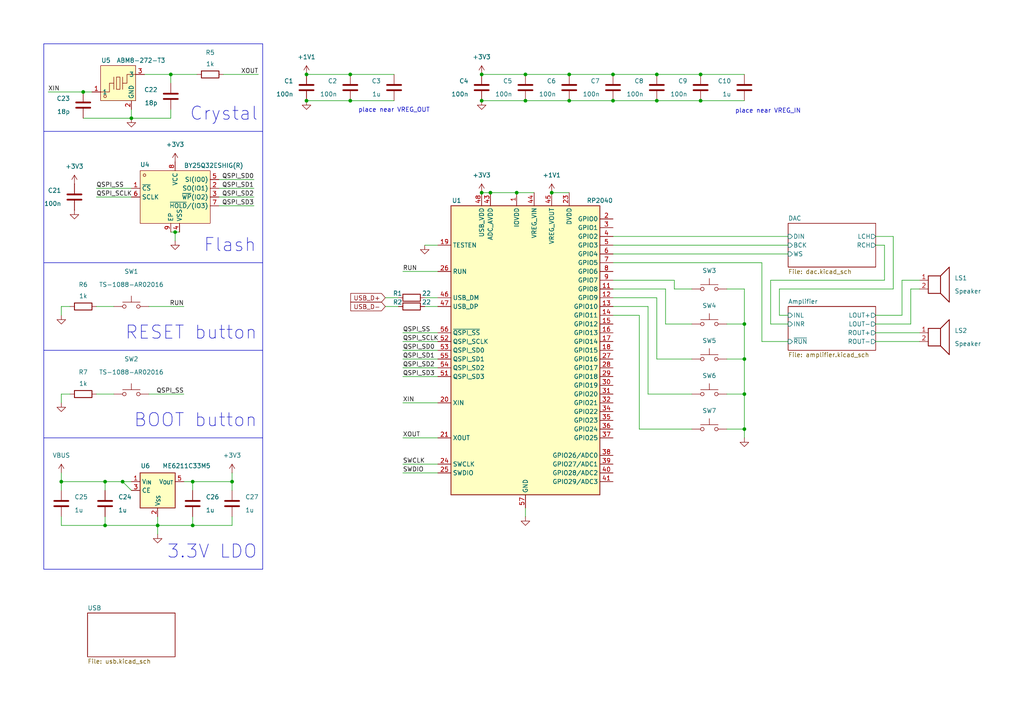
<source format=kicad_sch>
(kicad_sch (version 20250114) (generator "eeschema") (generator_version "9.0")
  (paper "A4")
  (lib_symbols
    (symbol "Device:C" (pin_numbers (hide yes)) (pin_names (offset 0.254))
      (property "Reference" "C" (at 0.635 2.54 0))
      (property "Value" "C" (at 0.635 -2.54 0))
      (symbol "C_0_1"
        (polyline (pts (xy -2.032 0.762) (xy 2.032 0.762)) (stroke (width 0.508)))
        (polyline (pts (xy -2.032 -0.762) (xy 2.032 -0.762)) (stroke (width 0.508)))
      )
      (symbol "C_1_1"
        (pin passive line (at 0 3.81 270) (length 2.794) (name "~") (number "1"))
        (pin passive line (at 0 -3.81 90) (length 2.794) (name "~") (number "2"))
      )
    )
    (symbol "Device:R" (pin_numbers (hide yes)) (pin_names (offset 0))
      (property "Reference" "R" (at 2.032 0 90))
      (property "Value" "R" (at 0 0 90))
      (symbol "R_0_1"
        (rectangle (start -1.016 -2.54) (end 1.016 2.54) (stroke (width 0.254)))
      )
      (symbol "R_1_1"
        (pin passive line (at 0 3.81 270) (length 1.27) (name "~") (number "1"))
        (pin passive line (at 0 -3.81 90) (length 1.27) (name "~") (number "2"))
      )
    )
    (symbol "Device:Speaker" (pin_names (offset 0) (hide yes))
      (property "Reference" "LS" (at 1.27 5.715 0))
      (property "Value" "Speaker" (at 1.27 3.81 0))
      (symbol "Speaker_0_0"
        (rectangle (start -2.54 1.27) (end 1.016 -3.81) (stroke (width 0.254)))
        (polyline (pts (xy 1.016 1.27) (xy 3.556 3.81) (xy 3.556 -6.35) (xy 1.016 -3.81)) (stroke (width 0.254)))
      )
      (symbol "Speaker_1_1"
        (pin input line (at -5.08 0 0) (length 2.54) (name "1") (number "1"))
        (pin input line (at -5.08 -2.54 0) (length 2.54) (name "2") (number "2"))
      )
    )
    (symbol "MCU_RaspberryPi:RP2040"
      (property "Reference" "U" (at 17.526 47.244 0))
      (property "Value" "RP2040" (at 17.526 44.704 0))
      (symbol "RP2040_0_1"
        (rectangle (start -21.59 41.91) (end 21.59 -41.91) (stroke (width 0.254)) (fill (type background)))
      )
      (symbol "RP2040_1_1"
        (pin input line (at -25.4 30.48 0) (length 3.81) (name "TESTEN") (number "19"))
        (pin input line (at -25.4 22.86 0) (length 3.81) (name "RUN") (number "26"))
        (pin bidirectional line (at -25.4 15.24 0) (length 3.81) (name "USB_DM") (number "46"))
        (pin bidirectional line (at -25.4 12.7 0) (length 3.81) (name "USB_DP") (number "47"))
        (pin output line (at -25.4 5.08 0) (length 3.81) (name "~{QSPI_SS}") (number "56"))
        (pin output line (at -25.4 2.54 0) (length 3.81) (name "QSPI_SCLK") (number "52"))
        (pin bidirectional line (at -25.4 0 0) (length 3.81) (name "QSPI_SD0") (number "53"))
        (pin bidirectional line (at -25.4 -2.54 0) (length 3.81) (name "QSPI_SD1") (number "55"))
        (pin bidirectional line (at -25.4 -5.08 0) (length 3.81) (name "QSPI_SD2") (number "54"))
        (pin bidirectional line (at -25.4 -7.62 0) (length 3.81) (name "QSPI_SD3") (number "51"))
        (pin input line (at -25.4 -15.24 0) (length 3.81) (name "XIN") (number "20"))
        (pin output line (at -25.4 -25.4 0) (length 3.81) (name "XOUT") (number "21"))
        (pin input line (at -25.4 -33.02 0) (length 3.81) (name "SWCLK") (number "24"))
        (pin bidirectional line (at -25.4 -35.56 0) (length 3.81) (name "SWDIO") (number "25"))
        (pin power_in line (at -12.7 45.72 270) (length 3.81) (name "USB_VDD") (number "48"))
        (pin power_in line (at -10.16 45.72 270) (length 3.81) (name "ADC_AVDD") (number "43"))
        (pin power_in line (at -2.54 45.72 270) (length 3.81) (name "IOVDD") (number "1"))
        (pin passive line (at -2.54 45.72 270) (length 3.81) (hide yes) (name "IOVDD") (number "10"))
        (pin passive line (at -2.54 45.72 270) (length 3.81) (hide yes) (name "IOVDD") (number "22"))
        (pin passive line (at -2.54 45.72 270) (length 3.81) (hide yes) (name "IOVDD") (number "33"))
        (pin passive line (at -2.54 45.72 270) (length 3.81) (hide yes) (name "IOVDD") (number "42"))
        (pin passive line (at -2.54 45.72 270) (length 3.81) (hide yes) (name "IOVDD") (number "49"))
        (pin power_in line (at 0 -45.72 90) (length 3.81) (name "GND") (number "57"))
        (pin power_in line (at 2.54 45.72 270) (length 3.81) (name "VREG_VIN") (number "44"))
        (pin power_out line (at 7.62 45.72 270) (length 3.81) (name "VREG_VOUT") (number "45"))
        (pin power_in line (at 12.7 45.72 270) (length 3.81) (name "DVDD") (number "23"))
        (pin passive line (at 12.7 45.72 270) (length 3.81) (hide yes) (name "DVDD") (number "50"))
        (pin bidirectional line (at 25.4 38.1 180) (length 3.81) (name "GPIO0") (number "2"))
        (pin bidirectional line (at 25.4 35.56 180) (length 3.81) (name "GPIO1") (number "3"))
        (pin bidirectional line (at 25.4 33.02 180) (length 3.81) (name "GPIO2") (number "4"))
        (pin bidirectional line (at 25.4 30.48 180) (length 3.81) (name "GPIO3") (number "5"))
        (pin bidirectional line (at 25.4 27.94 180) (length 3.81) (name "GPIO4") (number "6"))
        (pin bidirectional line (at 25.4 25.4 180) (length 3.81) (name "GPIO5") (number "7"))
        (pin bidirectional line (at 25.4 22.86 180) (length 3.81) (name "GPIO6") (number "8"))
        (pin bidirectional line (at 25.4 20.32 180) (length 3.81) (name "GPIO7") (number "9"))
        (pin bidirectional line (at 25.4 17.78 180) (length 3.81) (name "GPIO8") (number "11"))
        (pin bidirectional line (at 25.4 15.24 180) (length 3.81) (name "GPIO9") (number "12"))
        (pin bidirectional line (at 25.4 12.7 180) (length 3.81) (name "GPIO10") (number "13"))
        (pin bidirectional line (at 25.4 10.16 180) (length 3.81) (name "GPIO11") (number "14"))
        (pin bidirectional line (at 25.4 7.62 180) (length 3.81) (name "GPIO12") (number "15"))
        (pin bidirectional line (at 25.4 5.08 180) (length 3.81) (name "GPIO13") (number "16"))
        (pin bidirectional line (at 25.4 2.54 180) (length 3.81) (name "GPIO14") (number "17"))
        (pin bidirectional line (at 25.4 0 180) (length 3.81) (name "GPIO15") (number "18"))
        (pin bidirectional line (at 25.4 -2.54 180) (length 3.81) (name "GPIO16") (number "27"))
        (pin bidirectional line (at 25.4 -5.08 180) (length 3.81) (name "GPIO17") (number "28"))
        (pin bidirectional line (at 25.4 -7.62 180) (length 3.81) (name "GPIO18") (number "29"))
        (pin bidirectional line (at 25.4 -10.16 180) (length 3.81) (name "GPIO19") (number "30"))
        (pin bidirectional line (at 25.4 -12.7 180) (length 3.81) (name "GPIO20") (number "31"))
        (pin bidirectional line (at 25.4 -15.24 180) (length 3.81) (name "GPIO21") (number "32"))
        (pin bidirectional line (at 25.4 -17.78 180) (length 3.81) (name "GPIO22") (number "34"))
        (pin bidirectional line (at 25.4 -20.32 180) (length 3.81) (name "GPIO23") (number "35"))
        (pin bidirectional line (at 25.4 -22.86 180) (length 3.81) (name "GPIO24") (number "36"))
        (pin bidirectional line (at 25.4 -25.4 180) (length 3.81) (name "GPIO25") (number "37"))
        (pin bidirectional line (at 25.4 -30.48 180) (length 3.81) (name "GPIO26/ADC0") (number "38"))
        (pin bidirectional line (at 25.4 -33.02 180) (length 3.81) (name "GPIO27/ADC1") (number "39"))
        (pin bidirectional line (at 25.4 -35.56 180) (length 3.81) (name "GPIO28/ADC2") (number "40"))
        (pin bidirectional line (at 25.4 -38.1 180) (length 3.81) (name "GPIO29/ADC3") (number "41"))
      )
    )
    (symbol "Regulator_Linear:ME6211C33M5"
      (property "Reference" "U" (at -4.572 6.35 0))
      (property "Value" "ME6211C33M5" (at 10.16 8.636 0))
      (symbol "ME6211C33M5_1_1"
        (rectangle (start -5.08 5.08) (end 5.08 -5.08) (stroke (width 0.254)) (fill (type background)))
        (pin power_in line (at -7.62 2.54 0) (length 2.54) (name "V_{IN}") (number "1"))
        (pin input line (at -7.62 0 0) (length 2.54) (name "CE") (number "3"))
        (pin power_in line (at 0 -7.62 90) (length 2.54) (name "V_{SS}") (number "2"))
        (pin no_connect line (at 5.08 0 180) (length 2.54) (hide yes) (name "NC") (number "4"))
        (pin power_out line (at 7.62 2.54 180) (length 2.54) (name "V_{OUT}") (number "5"))
      )
    )
    (symbol "Switch:SW_Push" (pin_numbers (hide yes)) (pin_names (offset 1.016) (hide yes))
      (property "Reference" "SW" (at 1.27 2.54 0))
      (property "Value" "SW_Push" (at 0 -1.524 0))
      (symbol "SW_Push_0_1"
        (circle (center -2.032 0) (radius 0.508))
        (polyline (pts (xy 0 1.27) (xy 0 3.048)))
        (circle (center 2.032 0) (radius 0.508))
        (polyline (pts (xy 2.54 1.27) (xy -2.54 1.27)))
        (pin passive line (at -5.08 0 0) (length 2.54) (name "1") (number "1"))
        (pin passive line (at 5.08 0 180) (length 2.54) (name "2") (number "2"))
      )
    )
    (symbol "easyeda2kicad:ABM8-272-T3_C20625731"
      (property "Reference" "U" (at 0 7.62 0))
      (property "Value" "ABM8-272-T3_C20625731" (at 0 -7.62 0))
      (symbol "ABM8-272-T3_C20625731_0_1"
        (rectangle (start -5.08 5.08) (end 5.08 -5.08) (fill (type background)))
        (polyline (pts (xy -5.08 -2.54) (xy -2.54 -2.54) (xy -2.54 0) (xy -1.27 0)))
        (circle (center -3.81 -3.81) (radius 0.38))
        (polyline (pts (xy -1.27 -1.78) (xy -1.27 1.78)))
        (rectangle (start -0.51 1.78) (end 0.51 -1.78) (fill (type background)))
        (polyline (pts (xy 1.27 -1.78) (xy 1.27 1.78)))
        (polyline (pts (xy 5.08 2.54) (xy 2.54 2.54) (xy 2.54 0) (xy 1.27 0)))
        (pin input line (at -7.62 -2.54 0) (length 2.54) (name "1") (number "1"))
        (pin input line (at 3.81 -7.62 90) (length 2.54) (name "GND") (number "2"))
        (pin input line (at 3.81 -7.62 90) (length 2.54) (hide yes) (name "GND") (number "4"))
        (pin input line (at 7.62 2.54 180) (length 2.54) (name "3") (number "3"))
      )
    )
    (symbol "easyeda2kicad:BY25Q32ESHIG(R)"
      (property "Reference" "U" (at -9.652 9.144 0))
      (property "Value" "BY25Q32ESHIG(R)" (at 10.414 9.144 0))
      (symbol "BY25Q32ESHIG(R)_0_1"
        (rectangle (start -10.16 7.62) (end 10.16 -7.62) (fill (type background)))
        (circle (center -8.89 6.35) (radius 0.38))
        (pin unspecified line (at -12.7 2.54 0) (length 2.54) (name "~{CS}") (number "1"))
        (pin unspecified line (at -12.7 0 0) (length 2.54) (name "SCLK") (number "6"))
        (pin unspecified line (at -1.27 -10.16 90) (length 2.54) (hide yes) (name "EP") (number "10"))
        (pin unspecified line (at -1.27 -10.16 90) (length 2.54) (name "EP") (number "9"))
        (pin unspecified line (at 0 10.16 270) (length 2.54) (name "VCC") (number "8"))
        (pin unspecified line (at 1.27 -10.16 90) (length 2.54) (name "VSS") (number "4"))
        (pin unspecified line (at 12.7 5.08 180) (length 2.54) (name "SI(IO0)") (number "5"))
        (pin unspecified line (at 12.7 -2.54 180) (length 2.54) (name "~{HOLD}/(IO3)") (number "7"))
      )
      (symbol "BY25Q32ESHIG(R)_1_1"
        (pin unspecified line (at 12.7 2.54 180) (length 2.54) (name "SO(IO1)") (number "2"))
        (pin unspecified line (at 12.7 0 180) (length 2.54) (name "~{WP}(IO2)") (number "3"))
      )
    )
    (symbol "power:+1V1" (power) (pin_numbers (hide yes)) (pin_names (offset 0) (hide yes))
      (property "Value" "+1V1" (at 0 3.556 0))
      (symbol "+1V1_0_1"
        (polyline (pts (xy -0.762 1.27) (xy 0 2.54)))
        (polyline (pts (xy 0 2.54) (xy 0.762 1.27)))
        (polyline (pts (xy 0 0) (xy 0 2.54)))
      )
      (symbol "+1V1_1_1"
        (pin power_in line (at 0 0 90) (length 0) (name "~") (number "1"))
      )
    )
    (symbol "power:+3V3" (power) (pin_numbers (hide yes)) (pin_names (offset 0) (hide yes))
      (property "Value" "+3V3" (at 0 3.556 0))
      (symbol "+3V3_0_1"
        (polyline (pts (xy -0.762 1.27) (xy 0 2.54)))
        (polyline (pts (xy 0 2.54) (xy 0.762 1.27)))
        (polyline (pts (xy 0 0) (xy 0 2.54)))
      )
      (symbol "+3V3_1_1"
        (pin power_in line (at 0 0 90) (length 0) (name "~") (number "1"))
      )
    )
    (symbol "power:GND" (power) (pin_numbers (hide yes)) (pin_names (offset 0) (hide yes))
      (property "Value" "GND" (at 0 -3.81 0))
      (symbol "GND_0_1"
        (polyline (pts (xy 0 0) (xy 0 -1.27) (xy 1.27 -1.27) (xy 0 -2.54) (xy -1.27 -1.27) (xy 0 -1.27)))
      )
      (symbol "GND_1_1"
        (pin power_in line (at 0 0 270) (length 0) (name "~") (number "1"))
      )
    )
    (symbol "power:VBUS" (power) (pin_numbers (hide yes)) (pin_names (offset 0) (hide yes))
      (property "Value" "VBUS" (at 0 3.556 0))
      (symbol "VBUS_0_1"
        (polyline (pts (xy -0.762 1.27) (xy 0 2.54)))
        (polyline (pts (xy 0 2.54) (xy 0.762 1.27)))
        (polyline (pts (xy 0 0) (xy 0 2.54)))
      )
      (symbol "VBUS_1_1"
        (pin power_in line (at 0 0 90) (length 0) (name "~") (number "1"))
      )
    )
  )
  (text "place near VREG_IN" (at 222.758 32.258 0) (effects (font (size 1.27 1.27))))
  (text "Flash" (at 74.422 73.406 0) (effects (font (size 3.81 3.81)) (justify right bottom)))
  (text "BOOT button" (at 74.676 124.206 0) (effects (font (size 3.81 3.81)) (justify right bottom)))
  (text "3.3V LDO" (at 74.676 162.306 0) (effects (font (size 3.81 3.81)) (justify right bottom)))
  (text "RESET button" (at 74.676 98.806 0) (effects (font (size 3.81 3.81)) (justify right bottom)))
  (text "Crystal" (at 74.93 35.306 0) (effects (font (size 3.81 3.81)) (justify right bottom)))
  (text "place near VREG_OUT" (at 114.3 32.004 0) (effects (font (size 1.27 1.27))))
  (junction (at 215.9 124.46))
  (junction (at 215.9 93.98))
  (junction (at 165.1 21.59))
  (junction (at 190.5 21.59))
  (junction (at 177.8 29.21))
  (junction (at 38.1 34.29))
  (junction (at 88.9 21.59))
  (junction (at 45.72 152.4))
  (junction (at 139.7 29.21))
  (junction (at 139.7 21.59))
  (junction (at 50.8 67.31))
  (junction (at 203.2 29.21))
  (junction (at 101.6 21.59))
  (junction (at 160.02 55.88))
  (junction (at 24.13 26.67))
  (junction (at 152.4 29.21))
  (junction (at 203.2 21.59))
  (junction (at 30.48 139.7))
  (junction (at 190.5 29.21))
  (junction (at 139.7 55.88))
  (junction (at 55.88 139.7))
  (junction (at 142.24 55.88))
  (junction (at 35.56 139.7))
  (junction (at 101.6 29.21))
  (junction (at 67.31 139.7))
  (junction (at 215.9 114.3))
  (junction (at 149.86 55.88))
  (junction (at 88.9 29.21))
  (junction (at 165.1 29.21))
  (junction (at 17.78 139.7))
  (junction (at 49.53 21.59))
  (junction (at 30.48 152.4))
  (junction (at 177.8 21.59))
  (junction (at 152.4 21.59))
  (junction (at 215.9 104.14))
  (junction (at 55.88 152.4))
  (wire (pts (xy 142.24 55.88) (xy 149.86 55.88)))
  (wire (pts (xy 50.8 67.31) (xy 50.8 69.85)))
  (polyline (pts (xy 12.7 127) (xy 12.7 165.1)))
  (wire (pts (xy 193.04 83.82) (xy 193.04 93.98)))
  (wire (pts (xy 27.94 114.3) (xy 33.02 114.3)))
  (wire (pts (xy 111.76 88.9) (xy 115.57 88.9)))
  (wire (pts (xy 264.16 83.82) (xy 266.7 83.82)))
  (wire (pts (xy 30.48 139.7) (xy 35.56 139.7)))
  (wire (pts (xy 49.53 67.31) (xy 50.8 67.31)))
  (wire (pts (xy 193.04 93.98) (xy 200.66 93.98)))
  (wire (pts (xy 215.9 124.46) (xy 215.9 127)))
  (wire (pts (xy 116.84 101.6) (xy 127 101.6)))
  (wire (pts (xy 111.76 86.36) (xy 115.57 86.36)))
  (wire (pts (xy 67.31 149.86) (xy 67.31 152.4)))
  (wire (pts (xy 24.13 34.29) (xy 38.1 34.29)))
  (wire (pts (xy 149.86 55.88) (xy 154.94 55.88)))
  (wire (pts (xy 215.9 104.14) (xy 215.9 114.3)))
  (wire (pts (xy 55.88 149.86) (xy 55.88 152.4)))
  (wire (pts (xy 139.7 55.88) (xy 142.24 55.88)))
  (wire (pts (xy 123.19 71.12) (xy 127 71.12)))
  (wire (pts (xy 38.1 142.24) (xy 35.56 139.7)))
  (wire (pts (xy 215.9 93.98) (xy 215.9 104.14)))
  (wire (pts (xy 116.84 104.14) (xy 127 104.14)))
  (wire (pts (xy 210.82 93.98) (xy 215.9 93.98)))
  (wire (pts (xy 17.78 152.4) (xy 30.48 152.4)))
  (wire (pts (xy 165.1 29.21) (xy 177.8 29.21)))
  (polyline (pts (xy 12.7 38.1) (xy 76.2 38.1)))
  (wire (pts (xy 30.48 152.4) (xy 45.72 152.4)))
  (wire (pts (xy 27.94 88.9) (xy 33.02 88.9)))
  (wire (pts (xy 49.53 21.59) (xy 57.15 21.59)))
  (wire (pts (xy 17.78 152.4) (xy 17.78 149.86)))
  (wire (pts (xy 152.4 29.21) (xy 165.1 29.21)))
  (wire (pts (xy 203.2 21.59) (xy 215.9 21.59)))
  (wire (pts (xy 17.78 139.7) (xy 30.48 139.7)))
  (wire (pts (xy 74.93 21.59) (xy 64.77 21.59)))
  (wire (pts (xy 67.31 139.7) (xy 67.31 142.24)))
  (wire (pts (xy 254 93.98) (xy 264.16 93.98)))
  (polyline (pts (xy 12.7 127) (xy 76.2 127)))
  (polyline (pts (xy 12.7 12.7) (xy 12.7 38.1)))
  (wire (pts (xy 27.94 57.15) (xy 38.1 57.15)))
  (wire (pts (xy 73.66 54.61) (xy 63.5 54.61)))
  (wire (pts (xy 259.08 68.58) (xy 259.08 83.82)))
  (wire (pts (xy 152.4 149.86) (xy 152.4 147.32)))
  (wire (pts (xy 190.5 21.59) (xy 203.2 21.59)))
  (wire (pts (xy 45.72 152.4) (xy 55.88 152.4)))
  (wire (pts (xy 139.7 29.21) (xy 152.4 29.21)))
  (wire (pts (xy 123.19 88.9) (xy 127 88.9)))
  (wire (pts (xy 177.8 91.44) (xy 185.42 91.44)))
  (wire (pts (xy 17.78 88.9) (xy 20.32 88.9)))
  (wire (pts (xy 123.19 86.36) (xy 127 86.36)))
  (wire (pts (xy 53.34 114.3) (xy 43.18 114.3)))
  (wire (pts (xy 254 68.58) (xy 259.08 68.58)))
  (wire (pts (xy 116.84 127) (xy 127 127)))
  (wire (pts (xy 160.02 55.88) (xy 165.1 55.88)))
  (wire (pts (xy 210.82 83.82) (xy 215.9 83.82)))
  (wire (pts (xy 88.9 21.59) (xy 101.6 21.59)))
  (polyline (pts (xy 76.2 38.1) (xy 76.2 76.2)))
  (wire (pts (xy 17.78 114.3) (xy 17.78 116.84)))
  (wire (pts (xy 177.8 21.59) (xy 190.5 21.59)))
  (wire (pts (xy 116.84 137.16) (xy 127 137.16)))
  (polyline (pts (xy 12.7 101.6) (xy 76.2 101.6)))
  (wire (pts (xy 17.78 114.3) (xy 20.32 114.3)))
  (wire (pts (xy 38.1 34.29) (xy 49.53 34.29)))
  (wire (pts (xy 177.8 68.58) (xy 228.6 68.58)))
  (wire (pts (xy 27.94 54.61) (xy 38.1 54.61)))
  (wire (pts (xy 226.06 83.82) (xy 259.08 83.82)))
  (polyline (pts (xy 12.7 76.2) (xy 12.7 101.6)))
  (wire (pts (xy 67.31 137.16) (xy 67.31 139.7)))
  (wire (pts (xy 101.6 29.21) (xy 114.3 29.21)))
  (wire (pts (xy 73.66 59.69) (xy 63.5 59.69)))
  (polyline (pts (xy 76.2 76.2) (xy 76.2 101.6)))
  (wire (pts (xy 17.78 142.24) (xy 17.78 139.7)))
  (wire (pts (xy 185.42 91.44) (xy 185.42 124.46)))
  (polyline (pts (xy 76.2 101.6) (xy 76.2 127)))
  (wire (pts (xy 116.84 78.74) (xy 127 78.74)))
  (wire (pts (xy 152.4 21.59) (xy 165.1 21.59)))
  (wire (pts (xy 256.54 71.12) (xy 256.54 81.28)))
  (wire (pts (xy 53.34 139.7) (xy 55.88 139.7)))
  (wire (pts (xy 210.82 124.46) (xy 215.9 124.46)))
  (wire (pts (xy 187.96 114.3) (xy 200.66 114.3)))
  (wire (pts (xy 190.5 104.14) (xy 200.66 104.14)))
  (wire (pts (xy 264.16 83.82) (xy 264.16 93.98)))
  (wire (pts (xy 177.8 81.28) (xy 195.58 81.28)))
  (wire (pts (xy 24.13 26.67) (xy 26.67 26.67)))
  (wire (pts (xy 177.8 29.21) (xy 190.5 29.21)))
  (wire (pts (xy 73.66 57.15) (xy 63.5 57.15)))
  (wire (pts (xy 17.78 137.16) (xy 17.78 139.7)))
  (wire (pts (xy 45.72 152.4) (xy 45.72 149.86)))
  (wire (pts (xy 223.52 81.28) (xy 223.52 93.98)))
  (wire (pts (xy 203.2 29.21) (xy 215.9 29.21)))
  (wire (pts (xy 45.72 154.94) (xy 45.72 152.4)))
  (wire (pts (xy 73.66 52.07) (xy 63.5 52.07)))
  (wire (pts (xy 50.8 67.31) (xy 52.07 67.31)))
  (wire (pts (xy 177.8 86.36) (xy 190.5 86.36)))
  (wire (pts (xy 185.42 124.46) (xy 200.66 124.46)))
  (wire (pts (xy 88.9 29.21) (xy 101.6 29.21)))
  (wire (pts (xy 38.1 34.29) (xy 38.1 31.75)))
  (wire (pts (xy 226.06 91.44) (xy 228.6 91.44)))
  (wire (pts (xy 223.52 93.98) (xy 228.6 93.98)))
  (wire (pts (xy 187.96 88.9) (xy 187.96 114.3)))
  (wire (pts (xy 13.97 26.67) (xy 24.13 26.67)))
  (wire (pts (xy 215.9 83.82) (xy 215.9 93.98)))
  (wire (pts (xy 116.84 134.62) (xy 127 134.62)))
  (wire (pts (xy 177.8 83.82) (xy 193.04 83.82)))
  (wire (pts (xy 17.78 88.9) (xy 17.78 91.44)))
  (wire (pts (xy 35.56 139.7) (xy 38.1 139.7)))
  (wire (pts (xy 190.5 29.21) (xy 203.2 29.21)))
  (wire (pts (xy 254 96.52) (xy 266.7 96.52)))
  (polyline (pts (xy 12.7 101.6) (xy 12.7 127)))
  (wire (pts (xy 49.53 24.13) (xy 49.53 21.59)))
  (wire (pts (xy 177.8 88.9) (xy 187.96 88.9)))
  (wire (pts (xy 55.88 152.4) (xy 67.31 152.4)))
  (wire (pts (xy 116.84 96.52) (xy 127 96.52)))
  (wire (pts (xy 210.82 114.3) (xy 215.9 114.3)))
  (wire (pts (xy 220.98 76.2) (xy 220.98 99.06)))
  (wire (pts (xy 215.9 114.3) (xy 215.9 124.46)))
  (wire (pts (xy 30.48 152.4) (xy 30.48 149.86)))
  (wire (pts (xy 210.82 104.14) (xy 215.9 104.14)))
  (wire (pts (xy 223.52 81.28) (xy 256.54 81.28)))
  (wire (pts (xy 165.1 21.59) (xy 177.8 21.59)))
  (wire (pts (xy 195.58 81.28) (xy 195.58 83.82)))
  (wire (pts (xy 226.06 83.82) (xy 226.06 91.44)))
  (wire (pts (xy 55.88 139.7) (xy 67.31 139.7)))
  (wire (pts (xy 261.62 81.28) (xy 261.62 91.44)))
  (wire (pts (xy 30.48 142.24) (xy 30.48 139.7)))
  (wire (pts (xy 49.53 31.75) (xy 49.53 34.29)))
  (polyline (pts (xy 12.7 165.1) (xy 76.2 165.1)))
  (wire (pts (xy 220.98 99.06) (xy 228.6 99.06)))
  (polyline (pts (xy 76.2 127) (xy 76.2 165.1)))
  (wire (pts (xy 177.8 71.12) (xy 228.6 71.12)))
  (wire (pts (xy 116.84 109.22) (xy 127 109.22)))
  (wire (pts (xy 116.84 116.84) (xy 127 116.84)))
  (wire (pts (xy 254 99.06) (xy 266.7 99.06)))
  (wire (pts (xy 41.91 21.59) (xy 49.53 21.59)))
  (wire (pts (xy 53.34 88.9) (xy 43.18 88.9)))
  (wire (pts (xy 101.6 21.59) (xy 114.3 21.59)))
  (wire (pts (xy 139.7 21.59) (xy 152.4 21.59)))
  (polyline (pts (xy 76.2 12.7) (xy 76.2 38.1)))
  (wire (pts (xy 55.88 139.7) (xy 55.88 142.24)))
  (wire (pts (xy 177.8 76.2) (xy 220.98 76.2)))
  (wire (pts (xy 195.58 83.82) (xy 200.66 83.82)))
  (polyline (pts (xy 12.7 38.1) (xy 12.7 76.2)))
  (wire (pts (xy 254 91.44) (xy 261.62 91.44)))
  (wire (pts (xy 254 71.12) (xy 256.54 71.12)))
  (polyline (pts (xy 12.7 76.2) (xy 76.2 76.2)))
  (wire (pts (xy 177.8 73.66) (xy 228.6 73.66)))
  (wire (pts (xy 116.84 99.06) (xy 127 99.06)))
  (wire (pts (xy 190.5 86.36) (xy 190.5 104.14)))
  (wire (pts (xy 261.62 81.28) (xy 266.7 81.28)))
  (polyline (pts (xy 12.7 12.7) (xy 76.2 12.7)))
  (wire (pts (xy 116.84 106.68) (xy 127 106.68)))
  (label "QSPI_SS" (at 27.94 54.61 0))
  (label "QSPI_SD1" (at 116.84 104.14 0))
  (label "RUN" (at 53.34 88.9 180))
  (label "XOUT" (at 116.84 127 0))
  (label "XIN" (at 13.97 26.67 0))
  (label "QSPI_SD0" (at 73.66 52.07 180))
  (label "XOUT" (at 74.93 21.59 180))
  (label "QSPI_SS" (at 116.84 96.52 0))
  (label "QSPI_SD1" (at 73.66 54.61 180))
  (label "SWDIO" (at 116.84 137.16 0))
  (label "QSPI_SD2" (at 73.66 57.15 180))
  (label "QSPI_SD0" (at 116.84 101.6 0))
  (label "QSPI_SD3" (at 116.84 109.22 0))
  (label "XIN" (at 116.84 116.84 0))
  (label "QSPI_SD3" (at 73.66 59.69 180))
  (label "RUN" (at 116.84 78.74 0))
  (label "QSPI_SS" (at 53.34 114.3 180))
  (label "SWCLK" (at 116.84 134.62 0))
  (label "QSPI_SCLK" (at 116.84 99.06 0))
  (label "QSPI_SD2" (at 116.84 106.68 0))
  (label "QSPI_SCLK" (at 27.94 57.15 0))
  (global_label "USB_D+" (shape input) (at 111.76 86.36 180) (property "Intersheetrefs" "${INTERSHEET_REFS}" (effects (hide yes))))
  (global_label "USB_D-" (shape input) (at 111.76 88.9 180) (property "Intersheetrefs" "${INTERSHEET_REFS}" (effects (hide yes))))
  (symbol (lib_id "power:GND") (at 139.7 29.21 0) (unit 1)
    (property "Reference" "#PWR04" (effects (hide yes)))
    (property "Value" "GND" (effects (hide yes)))
    (property "Description" "Power symbol creates a global label with name \"GND\" , ground" (effects (hide yes)))
  )
  (symbol (lib_id "Device:C") (at 165.1 25.4 0) (mirror y) (unit 1)
    (property "Reference" "C6" (at 161.29 23.4949 0) (effects (justify left)))
    (property "Value" "100n" (at 161.29 27.3049 0) (effects (justify left)))
    (property "Footprint" "Capacitor_SMD:C_0402_1005Metric" (effects (hide yes)))
    (property "Description" "Unpolarized capacitor" (effects (hide yes)))
    (property "LCSC Part #" "C1525" (effects (hide yes)))
  )
  (symbol (lib_id "power:+3V3") (at 21.59 53.34 0) (unit 1)
    (property "Reference" "#PWR022" (effects (hide yes)))
    (property "Value" "+3V3" (at 21.59 48.26 0))
    (property "Description" "Power symbol creates a global label with name \"+3V3\"" (effects (hide yes)))
  )
  (symbol (lib_id "Device:C") (at 24.13 30.48 0) (mirror y) (unit 1)
    (property "Reference" "C23" (at 20.32 28.5749 0) (effects (justify left)))
    (property "Value" "18p" (at 20.32 32.3849 0) (effects (justify left)))
    (property "Description" "Unpolarized capacitor" (effects (hide yes)))
  )
  (symbol (lib_id "power:VBUS") (at 17.78 137.16 0) (unit 1)
    (property "Reference" "#PWR028" (effects (hide yes)))
    (property "Value" "VBUS" (at 17.78 132.08 0))
    (property "Description" "Power symbol creates a global label with name \"VBUS\"" (effects (hide yes)))
  )
  (symbol (lib_id "Switch:SW_Push") (at 205.74 93.98 0) (unit 1)
    (property "Reference" "SW4" (at 205.74 88.646 0))
    (property "Value" "SW_Push" (effects (hide yes)))
    (property "Footprint" "PCM_marbastlib-mx:SW_MX_1u" (effects (hide yes)))
    (property "Description" "Push button switch, generic, two pins" (effects (hide yes)))
  )
  (symbol (lib_id "Switch:SW_Push") (at 205.74 124.46 0) (unit 1)
    (property "Reference" "SW7" (at 205.74 119.126 0))
    (property "Value" "SW_Push" (effects (hide yes)))
    (property "Footprint" "PCM_marbastlib-mx:SW_MX_1u" (effects (hide yes)))
    (property "Description" "Push button switch, generic, two pins" (effects (hide yes)))
  )
  (symbol (lib_id "Device:C") (at 139.7 25.4 0) (mirror y) (unit 1)
    (property "Reference" "C4" (at 135.89 23.4949 0) (effects (justify left)))
    (property "Value" "100n" (at 135.89 27.3049 0) (effects (justify left)))
    (property "Footprint" "Capacitor_SMD:C_0402_1005Metric" (effects (hide yes)))
    (property "Description" "Unpolarized capacitor" (effects (hide yes)))
    (property "LCSC Part #" "C1525" (effects (hide yes)))
  )
  (symbol (lib_id "power:+3V3") (at 139.7 55.88 0) (unit 1)
    (property "Reference" "#PWR05" (effects (hide yes)))
    (property "Value" "+3V3" (at 139.7 50.8 0))
    (property "Description" "Power symbol creates a global label with name \"+3V3\"" (effects (hide yes)))
  )
  (symbol (lib_id "Device:C") (at 177.8 25.4 0) (mirror y) (unit 1)
    (property "Reference" "C7" (at 173.99 23.4949 0) (effects (justify left)))
    (property "Value" "100n" (at 173.99 27.3049 0) (effects (justify left)))
    (property "Footprint" "Capacitor_SMD:C_0402_1005Metric" (effects (hide yes)))
    (property "Description" "Unpolarized capacitor" (effects (hide yes)))
    (property "LCSC Part #" "C1525" (effects (hide yes)))
  )
  (symbol (lib_id "Device:C") (at 203.2 25.4 0) (mirror y) (unit 1)
    (property "Reference" "C9" (at 199.39 23.4949 0) (effects (justify left)))
    (property "Value" "100n" (at 199.39 27.3049 0) (effects (justify left)))
    (property "Footprint" "Capacitor_SMD:C_0402_1005Metric" (effects (hide yes)))
    (property "Description" "Unpolarized capacitor" (effects (hide yes)))
    (property "LCSC Part #" "C1525" (effects (hide yes)))
  )
  (symbol (lib_id "Switch:SW_Push") (at 38.1 114.3 0) (unit 1)
    (property "Reference" "SW2" (at 38.1 104.14 0))
    (property "Value" "TS-1088-AR02016" (at 38.1 107.95 0))
    (property "Footprint" "Button_Switch_SMD:SW_SPST_TS-1088-xR020" (effects (hide yes)))
    (property "Description" "Push button switch, generic, two pins" (effects (hide yes)))
    (property "LCSC Part #" "C720477" (effects (hide yes)))
  )
  (symbol (lib_id "Device:C") (at 30.48 146.05 0) (unit 1)
    (property "Reference" "C24" (at 34.29 144.1449 0) (effects (justify left)))
    (property "Value" "1u" (at 34.29 147.9549 0) (effects (justify left)))
    (property "Footprint" "Capacitor_SMD:C_0402_1005Metric" (effects (hide yes)))
    (property "Description" "Unpolarized capacitor" (effects (hide yes)))
    (property "LCSC Part #" "C52923" (effects (hide yes)))
  )
  (symbol (lib_id "Switch:SW_Push") (at 205.74 114.3 0) (unit 1)
    (property "Reference" "SW6" (at 205.74 108.966 0))
    (property "Value" "SW_Push" (effects (hide yes)))
    (property "Footprint" "PCM_marbastlib-mx:SW_MX_1u" (effects (hide yes)))
    (property "Description" "Push button switch, generic, two pins" (effects (hide yes)))
  )
  (symbol (lib_id "Device:C") (at 67.31 146.05 0) (unit 1)
    (property "Reference" "C27" (at 71.12 144.1449 0) (effects (justify left)))
    (property "Value" "1u" (at 71.12 147.9549 0) (effects (justify left)))
    (property "Footprint" "Capacitor_SMD:C_0402_1005Metric" (effects (hide yes)))
    (property "Description" "Unpolarized capacitor" (effects (hide yes)))
    (property "LCSC Part #" "C52923" (effects (hide yes)))
  )
  (symbol (lib_id "MCU_RaspberryPi:RP2040") (at 152.4 101.6 0) (unit 1)
    (property "Reference" "U1" (at 131.064 58.166 0) (effects (justify left)))
    (property "Value" "RP2040" (at 170.18 58.166 0) (effects (justify left)))
    (property "Footprint" "Package_DFN_QFN:QFN-56-1EP_7x7mm_P0.4mm_EP3.2x3.2mm" (effects (hide yes)))
    (property "Datasheet" "https://datasheets.raspberrypi.com/rp2040/rp2040-datasheet.pdf" (effects (hide yes)))
    (property "Description" "A microcontroller by Raspberry Pi, Dual ARM Cortex-M0+, 133MHz, no flash, 264KB SRAM, 8 PIO state machines, VQFN-56" (effects (hide yes)))
    (property private "KLC_S4.2_DVDD" "Not a standalone power converter; internal on-chip voltage regulator for digital core supply; DVDD is the digital core power supply, should be placed next to voltage regulator output." (effects (hide yes)))
    (property "LCSC Part #" "C2040" (effects (hide yes)))
  )
  (symbol (lib_id "power:+3V3") (at 50.8 46.99 0) (unit 1)
    (property "Reference" "#PWR021" (effects (hide yes)))
    (property "Value" "+3V3" (at 50.8 41.91 0))
    (property "Description" "Power symbol creates a global label with name \"+3V3\"" (effects (hide yes)))
  )
  (symbol (lib_id "Device:C") (at 114.3 25.4 0) (mirror y) (unit 1)
    (property "Reference" "C3" (at 110.49 23.4949 0) (effects (justify left)))
    (property "Value" "1u" (at 110.49 27.3049 0) (effects (justify left)))
    (property "Footprint" "Capacitor_SMD:C_0402_1005Metric" (effects (hide yes)))
    (property "Description" "Unpolarized capacitor" (effects (hide yes)))
    (property "LCSC Part #" "C52923" (effects (hide yes)))
  )
  (symbol (lib_id "Switch:SW_Push") (at 38.1 88.9 0) (unit 1)
    (property "Reference" "SW1" (at 38.1 78.74 0))
    (property "Value" "TS-1088-AR02016" (at 38.1 82.55 0))
    (property "Footprint" "Button_Switch_SMD:SW_SPST_TS-1088-xR020" (effects (hide yes)))
    (property "Description" "Push button switch, generic, two pins" (effects (hide yes)))
    (property "LCSC Part #" "C720477" (effects (hide yes)))
  )
  (symbol (lib_id "power:GND") (at 152.4 149.86 0) (unit 1)
    (property "Reference" "#PWR08" (effects (hide yes)))
    (property "Value" "GND" (effects (hide yes)))
    (property "Description" "Power symbol creates a global label with name \"GND\" , ground" (effects (hide yes)))
  )
  (symbol (lib_id "Device:C") (at 88.9 25.4 0) (mirror y) (unit 1)
    (property "Reference" "C1" (at 85.09 23.4949 0) (effects (justify left)))
    (property "Value" "100n" (at 85.09 27.3049 0) (effects (justify left)))
    (property "Footprint" "Capacitor_SMD:C_0402_1005Metric" (effects (hide yes)))
    (property "Description" "Unpolarized capacitor" (effects (hide yes)))
    (property "LCSC Part #" "C1525" (effects (hide yes)))
  )
  (symbol (lib_id "Device:R") (at 119.38 86.36 90) (unit 1)
    (property "Reference" "R1" (at 115.316 85.09 90))
    (property "Value" "22" (at 123.698 85.09 90))
    (property "Footprint" "Resistor_SMD:R_0402_1005Metric" (effects (hide yes)))
    (property "Description" "Resistor" (effects (hide yes)))
    (property "LCSC Part #" "C25092" (effects (hide yes)))
  )
  (symbol (lib_id "Switch:SW_Push") (at 205.74 104.14 0) (unit 1)
    (property "Reference" "SW5" (at 205.74 98.806 0))
    (property "Value" "SW_Push" (effects (hide yes)))
    (property "Footprint" "PCM_marbastlib-mx:SW_MX_1u" (effects (hide yes)))
    (property "Description" "Push button switch, generic, two pins" (effects (hide yes)))
  )
  (symbol (lib_id "Device:C") (at 49.53 27.94 0) (mirror y) (unit 1)
    (property "Reference" "C22" (at 45.72 26.0349 0) (effects (justify left)))
    (property "Value" "18p" (at 45.72 29.8449 0) (effects (justify left)))
    (property "Description" "Unpolarized capacitor" (effects (hide yes)))
  )
  (symbol (lib_id "power:GND") (at 17.78 116.84 0) (unit 1)
    (property "Reference" "#PWR026" (effects (hide yes)))
    (property "Value" "GND" (effects (hide yes)))
    (property "Description" "Power symbol creates a global label with name \"GND\" , ground" (effects (hide yes)))
  )
  (symbol (lib_id "power:GND") (at 38.1 34.29 0) (unit 1)
    (property "Reference" "#PWR024" (effects (hide yes)))
    (property "Value" "GND" (effects (hide yes)))
    (property "Description" "Power symbol creates a global label with name \"GND\" , ground" (effects (hide yes)))
  )
  (symbol (lib_id "Regulator_Linear:ME6211C33M5") (at 45.72 142.24 0) (unit 1)
    (property "Reference" "U6" (at 42.164 135.128 0))
    (property "Value" "ME6211C33M5" (at 54.102 135.128 0))
    (property "Footprint" "Package_TO_SOT_SMD:SOT-23-5" (effects (hide yes)))
    (property "Datasheet" "https://www.lcsc.com/datasheet/lcsc_datasheet_2304140030_MICRONE-Nanjing-Micro-One-Elec-ME6211C33R5G_C235316.pdf" (effects (hide yes)))
    (property "Description" "500mA low dropout linear regulator, shutdown pin, 6.5V max input voltage, 3.3V fixed positive output, SOT-23-5" (effects (hide yes)))
  )
  (symbol (lib_id "power:GND") (at 88.9 29.21 0) (unit 1)
    (property "Reference" "#PWR03" (effects (hide yes)))
    (property "Value" "GND" (effects (hide yes)))
    (property "Description" "Power symbol creates a global label with name \"GND\" , ground" (effects (hide yes)))
  )
  (symbol (lib_id "Device:R") (at 119.38 88.9 90) (unit 1)
    (property "Reference" "R2" (at 115.316 87.63 90))
    (property "Value" "22" (at 123.698 87.63 90))
    (property "Footprint" "Resistor_SMD:R_0402_1005Metric" (effects (hide yes)))
    (property "Description" "Resistor" (effects (hide yes)))
    (property "LCSC Part #" "C25092" (effects (hide yes)))
  )
  (symbol (lib_id "Device:C") (at 17.78 146.05 0) (unit 1)
    (property "Reference" "C25" (at 21.59 144.1449 0) (effects (justify left)))
    (property "Value" "1u" (at 21.59 147.9549 0) (effects (justify left)))
    (property "Footprint" "Capacitor_SMD:C_0402_1005Metric" (effects (hide yes)))
    (property "Description" "Unpolarized capacitor" (effects (hide yes)))
    (property "LCSC Part #" "C52923" (effects (hide yes)))
  )
  (symbol (lib_id "Device:C") (at 215.9 25.4 0) (mirror y) (unit 1)
    (property "Reference" "C10" (at 212.09 23.4949 0) (effects (justify left)))
    (property "Value" "1u" (at 212.09 27.3049 0) (effects (justify left)))
    (property "Footprint" "Capacitor_SMD:C_0402_1005Metric" (effects (hide yes)))
    (property "Description" "Unpolarized capacitor" (effects (hide yes)))
    (property "LCSC Part #" "C52923" (effects (hide yes)))
  )
  (symbol (lib_id "power:GND") (at 215.9 127 0) (unit 1)
    (property "Reference" "#PWR033" (effects (hide yes)))
    (property "Value" "GND" (effects (hide yes)))
    (property "Description" "Power symbol creates a global label with name \"GND\" , ground" (effects (hide yes)))
  )
  (symbol (lib_id "Device:Speaker") (at 271.78 81.28 0) (unit 1)
    (property "Reference" "LS1" (at 276.86 80.6449 0) (effects (justify left)))
    (property "Value" "Speaker" (at 276.86 84.4549 0) (effects (justify left)))
    (property "Description" "Speaker" (effects (hide yes)))
  )
  (symbol (lib_id "power:GND") (at 21.59 60.96 0) (unit 1)
    (property "Reference" "#PWR023" (effects (hide yes)))
    (property "Value" "GND" (effects (hide yes)))
    (property "Description" "Power symbol creates a global label with name \"GND\" , ground" (effects (hide yes)))
  )
  (symbol (lib_id "Device:C") (at 152.4 25.4 0) (mirror y) (unit 1)
    (property "Reference" "C5" (at 148.59 23.4949 0) (effects (justify left)))
    (property "Value" "100n" (at 148.59 27.3049 0) (effects (justify left)))
    (property "Footprint" "Capacitor_SMD:C_0402_1005Metric" (effects (hide yes)))
    (property "Description" "Unpolarized capacitor" (effects (hide yes)))
    (property "LCSC Part #" "C1525" (effects (hide yes)))
  )
  (symbol (lib_id "power:GND") (at 123.19 71.12 0) (unit 1)
    (property "Reference" "#PWR07" (effects (hide yes)))
    (property "Value" "GND" (effects (hide yes)))
    (property "Description" "Power symbol creates a global label with name \"GND\" , ground" (effects (hide yes)))
  )
  (symbol (lib_id "Device:C") (at 55.88 146.05 0) (unit 1)
    (property "Reference" "C26" (at 59.69 144.1449 0) (effects (justify left)))
    (property "Value" "1u" (at 59.69 147.9549 0) (effects (justify left)))
    (property "Footprint" "Capacitor_SMD:C_0402_1005Metric" (effects (hide yes)))
    (property "Description" "Unpolarized capacitor" (effects (hide yes)))
    (property "LCSC Part #" "C52923" (effects (hide yes)))
  )
  (symbol (lib_id "power:GND") (at 50.8 69.85 0) (unit 1)
    (property "Reference" "#PWR020" (effects (hide yes)))
    (property "Value" "GND" (effects (hide yes)))
    (property "Description" "Power symbol creates a global label with name \"GND\" , ground" (effects (hide yes)))
  )
  (symbol (lib_id "power:+3V3") (at 139.7 21.59 0) (unit 1)
    (property "Reference" "#PWR02" (effects (hide yes)))
    (property "Value" "+3V3" (at 139.7 16.51 0))
    (property "Description" "Power symbol creates a global label with name \"+3V3\"" (effects (hide yes)))
  )
  (symbol (lib_id "Device:C") (at 101.6 25.4 0) (mirror y) (unit 1)
    (property "Reference" "C2" (at 97.79 23.4949 0) (effects (justify left)))
    (property "Value" "100n" (at 97.79 27.3049 0) (effects (justify left)))
    (property "Footprint" "Capacitor_SMD:C_0402_1005Metric" (effects (hide yes)))
    (property "Description" "Unpolarized capacitor" (effects (hide yes)))
    (property "LCSC Part #" "C1525" (effects (hide yes)))
  )
  (symbol (lib_id "Device:R") (at 24.13 88.9 90) (unit 1)
    (property "Reference" "R6" (at 24.13 82.55 90))
    (property "Value" "1k" (at 24.13 85.852 90))
    (property "Footprint" "Resistor_SMD:R_0603_1608Metric" (effects (hide yes)))
    (property "Description" "Resistor" (effects (hide yes)))
    (property "LCSC Part #" "C21190" (effects (hide yes)))
  )
  (symbol (lib_id "Device:Speaker") (at 271.78 96.52 0) (unit 1)
    (property "Reference" "LS2" (at 276.86 95.8849 0) (effects (justify left)))
    (property "Value" "Speaker" (at 276.86 99.6949 0) (effects (justify left)))
    (property "Description" "Speaker" (effects (hide yes)))
  )
  (symbol (lib_id "Device:C") (at 21.59 57.15 0) (mirror y) (unit 1)
    (property "Reference" "C21" (at 17.78 55.2449 0) (effects (justify left)))
    (property "Value" "100n" (at 17.78 59.0549 0) (effects (justify left)))
    (property "Footprint" "Capacitor_SMD:C_0402_1005Metric" (effects (hide yes)))
    (property "Description" "Unpolarized capacitor" (effects (hide yes)))
    (property "LCSC Part #" "C1525" (effects (hide yes)))
  )
  (symbol (lib_id "power:GND") (at 45.72 154.94 0) (unit 1)
    (property "Reference" "#PWR027" (effects (hide yes)))
    (property "Value" "GND" (effects (hide yes)))
    (property "Description" "Power symbol creates a global label with name \"GND\" , ground" (effects (hide yes)))
  )
  (symbol (lib_id "easyeda2kicad:BY25Q32ESHIG(R)") (at 50.8 57.15 0) (unit 1)
    (property "Reference" "U4" (at 40.64 47.752 0) (effects (justify left)))
    (property "Value" "BY25Q32ESHIG(R)" (at 53.34 48.006 0) (effects (justify left)))
    (property "Footprint" "easyeda2kicad:DFN-8_L4.0-W3.0-P0.80-TL-EP_GT5YL24A1Y520" (effects (hide yes)))
    (property "LCSC Part" "C50176326" (effects (hide yes)))
  )
  (symbol (lib_id "power:GND") (at 17.78 91.44 0) (unit 1)
    (property "Reference" "#PWR025" (effects (hide yes)))
    (property "Value" "GND" (effects (hide yes)))
    (property "Description" "Power symbol creates a global label with name \"GND\" , ground" (effects (hide yes)))
  )
  (symbol (lib_id "Device:R") (at 60.96 21.59 90) (unit 1)
    (property "Reference" "R5" (at 60.96 15.24 90))
    (property "Value" "1k" (at 60.96 18.542 90))
    (property "Footprint" "Resistor_SMD:R_0603_1608Metric" (effects (hide yes)))
    (property "Description" "Resistor" (effects (hide yes)))
    (property "LCSC Part #" "C21190" (effects (hide yes)))
  )
  (symbol (lib_id "Switch:SW_Push") (at 205.74 83.82 0) (unit 1)
    (property "Reference" "SW3" (at 205.74 78.486 0))
    (property "Value" "SW_Push" (effects (hide yes)))
    (property "Footprint" "PCM_marbastlib-mx:SW_MX_1u" (effects (hide yes)))
    (property "Description" "Push button switch, generic, two pins" (effects (hide yes)))
  )
  (symbol (lib_id "easyeda2kicad:ABM8-272-T3_C20625731") (at 34.29 24.13 0) (unit 1)
    (property "Reference" "U5" (at 30.734 17.526 0))
    (property "Value" "ABM8-272-T3" (at 40.894 17.526 0))
    (property "Footprint" "easyeda2kicad:CRYSTAL-SMD_4P-L3.2-W2.5-BL" (effects (hide yes)))
    (property "LCSC Part" "C20625731" (effects (hide yes)))
  )
  (symbol (lib_id "Device:R") (at 24.13 114.3 90) (unit 1)
    (property "Reference" "R7" (at 24.13 107.95 90))
    (property "Value" "1k" (at 24.13 111.252 90))
    (property "Footprint" "Resistor_SMD:R_0603_1608Metric" (effects (hide yes)))
    (property "Description" "Resistor" (effects (hide yes)))
    (property "LCSC Part #" "C21190" (effects (hide yes)))
  )
  (symbol (lib_id "power:+1V1") (at 160.02 55.88 0) (unit 1)
    (property "Reference" "#PWR06" (effects (hide yes)))
    (property "Value" "+1V1" (at 160.02 50.8 0))
    (property "Description" "Power symbol creates a global label with name \"+1V1\"" (effects (hide yes)))
  )
  (symbol (lib_id "Device:C") (at 190.5 25.4 0) (mirror y) (unit 1)
    (property "Reference" "C8" (at 186.69 23.4949 0) (effects (justify left)))
    (property "Value" "100n" (at 186.69 27.3049 0) (effects (justify left)))
    (property "Footprint" "Capacitor_SMD:C_0402_1005Metric" (effects (hide yes)))
    (property "Description" "Unpolarized capacitor" (effects (hide yes)))
    (property "LCSC Part #" "C1525" (effects (hide yes)))
  )
  (symbol (lib_id "power:+1V1") (at 88.9 21.59 0) (unit 1)
    (property "Reference" "#PWR01" (effects (hide yes)))
    (property "Value" "+1V1" (at 88.9 16.51 0))
    (property "Description" "Power symbol creates a global label with name \"+1V1\"" (effects (hide yes)))
  )
  (symbol (lib_id "power:+3V3") (at 67.31 137.16 0) (unit 1)
    (property "Reference" "#PWR029" (effects (hide yes)))
    (property "Value" "+3V3" (at 67.31 132.08 0))
    (property "Description" "Power symbol creates a global label with name \"+3V3\"" (effects (hide yes)))
  )
  (sheet (at 228.6 88.9) (size 25.4 12.7) (stroke (width 0.1524))
    (property "Sheetname" "Amplifier" (at 228.6 88.1884 0) (effects (justify left bottom)))
    (property "Sheetfile" "amplifier.kicad_sch" (at 228.6 102.1846 0) (effects (justify left top)))
    (pin "INL" input (at 228.6 91.44 180))
    (pin "INR" input (at 228.6 93.98 180))
    (pin "LOUT+" output (at 254 91.44 0))
    (pin "LOUT-" output (at 254 93.98 0))
    (pin "ROUT+" output (at 254 96.52 0))
    (pin "ROUT-" output (at 254 99.06 0))
    (pin "~{RUN}" input (at 228.6 99.06 180))
  )
  (sheet (at 25.4 177.8) (size 25.4 12.7) (stroke (width 0.1524))
    (property "Sheetname" "USB" (at 25.4 177.0884 0) (effects (justify left bottom)))
    (property "Sheetfile" "usb.kicad_sch" (at 25.4 191.0846 0) (effects (justify left top)))
  )
  (sheet (at 228.6 64.77) (size 25.4 12.7) (stroke (width 0.1524))
    (property "Sheetname" "DAC" (at 228.6 64.0584 0) (effects (justify left bottom)))
    (property "Sheetfile" "dac.kicad_sch" (at 228.6 78.0546 0) (effects (justify left top)))
    (pin "BCK" input (at 228.6 71.12 180))
    (pin "DIN" input (at 228.6 68.58 180))
    (pin "LCH" output (at 254 68.58 0))
    (pin "RCH" output (at 254 71.12 0))
    (pin "WS" input (at 228.6 73.66 180))
  )
)
</source>
